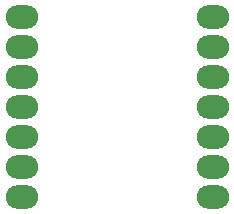
<source format=gbr>
%TF.GenerationSoftware,KiCad,Pcbnew,(6.0.9-0)*%
%TF.CreationDate,2023-01-04T12:54:03-08:00*%
%TF.ProjectId,TMC2300-BOB v1.0,544d4332-3330-4302-9d42-4f422076312e,rev?*%
%TF.SameCoordinates,Original*%
%TF.FileFunction,Paste,Bot*%
%TF.FilePolarity,Positive*%
%FSLAX46Y46*%
G04 Gerber Fmt 4.6, Leading zero omitted, Abs format (unit mm)*
G04 Created by KiCad (PCBNEW (6.0.9-0)) date 2023-01-04 12:54:03*
%MOMM*%
%LPD*%
G01*
G04 APERTURE LIST*
%ADD10O,2.748280X1.998980*%
G04 APERTURE END LIST*
D10*
%TO.C,U1*%
X18999200Y18262600D03*
X18999200Y15722600D03*
X18999200Y13182600D03*
X18999200Y10642600D03*
X18999200Y8102600D03*
X18999200Y5562600D03*
X18999200Y3022600D03*
X2834640Y3022600D03*
X2834640Y5562600D03*
X2834640Y8102600D03*
X2834640Y10642600D03*
X2834640Y13182600D03*
X2834640Y15722600D03*
X2834640Y18262600D03*
%TD*%
M02*

</source>
